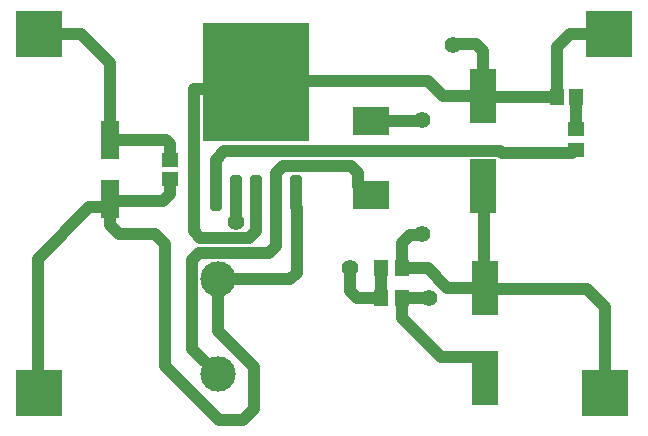
<source format=gtl>
G04*
G04 #@! TF.GenerationSoftware,Altium Limited,Altium Designer,21.3.2 (30)*
G04*
G04 Layer_Physical_Order=1*
G04 Layer_Color=255*
%FSLAX25Y25*%
%MOIN*%
G70*
G04*
G04 #@! TF.SameCoordinates,C5881F53-B4D9-470E-9162-C71BBDC8BDA1*
G04*
G04*
G04 #@! TF.FilePolarity,Positive*
G04*
G01*
G75*
%ADD12R,0.04528X0.05315*%
%ADD13R,0.05315X0.04528*%
%ADD14R,0.05118X0.05512*%
%ADD15R,0.12402X0.09646*%
%ADD16R,0.35433X0.39370*%
G04:AMPARAMS|DCode=17|XSize=40mil|YSize=120.08mil|CornerRadius=10mil|HoleSize=0mil|Usage=FLASHONLY|Rotation=0.000|XOffset=0mil|YOffset=0mil|HoleType=Round|Shape=RoundedRectangle|*
%AMROUNDEDRECTD17*
21,1,0.04000,0.10008,0,0,0.0*
21,1,0.02000,0.12008,0,0,0.0*
1,1,0.02000,0.01000,-0.05004*
1,1,0.02000,-0.01000,-0.05004*
1,1,0.02000,-0.01000,0.05004*
1,1,0.02000,0.01000,0.05004*
%
%ADD17ROUNDEDRECTD17*%
%ADD18R,0.09055X0.17913*%
%ADD19R,0.05512X0.05118*%
%ADD20R,0.06299X0.12598*%
%ADD33C,0.03937*%
%ADD34C,0.11811*%
%ADD35R,0.15748X0.15748*%
%ADD36C,0.05512*%
D12*
X306945Y298000D02*
D03*
X300055D02*
D03*
Y308000D02*
D03*
X306945D02*
D03*
D13*
X365000Y354390D02*
D03*
Y347500D02*
D03*
D14*
X358701Y365000D02*
D03*
X365000D02*
D03*
D15*
X296500Y356909D02*
D03*
Y332500D02*
D03*
D16*
X258185Y369910D02*
D03*
D17*
X244898Y333000D02*
D03*
X251598D02*
D03*
X265000D02*
D03*
X271701D02*
D03*
X258299D02*
D03*
D18*
X334500Y271539D02*
D03*
Y301461D02*
D03*
X334000Y365461D02*
D03*
Y335539D02*
D03*
D19*
X229500Y344150D02*
D03*
Y337850D02*
D03*
D20*
X209500Y350842D02*
D03*
Y331157D02*
D03*
D33*
X289500Y300500D02*
Y308000D01*
X292000Y298000D02*
X300055D01*
X289500Y300500D02*
X292000Y298000D01*
X229500Y344150D02*
Y349500D01*
X251567Y323567D02*
Y332968D01*
X251598Y333000D01*
X251500Y323500D02*
X251567Y323567D01*
X237028Y281224D02*
Y310694D01*
X264968Y315306D02*
Y332968D01*
X262662Y313000D02*
X264968Y315306D01*
X239334Y313000D02*
X262662D01*
X237028Y310694D02*
X239334Y313000D01*
X258299Y320306D02*
Y333000D01*
X239806Y318000D02*
X255993D01*
X237500Y320306D02*
X239806Y318000D01*
X255993D02*
X258299Y320306D01*
X237500D02*
Y367603D01*
X334000Y365461D02*
Y380323D01*
X324129Y382629D02*
X331694D01*
X334000Y380323D01*
X324000Y382500D02*
X324129Y382629D01*
X306945Y298000D02*
X316000D01*
X255879Y367603D02*
X258185Y369910D01*
X237500Y367603D02*
X255879D01*
X269694Y304248D02*
X272000Y306554D01*
Y328066D01*
X245500Y304248D02*
X269694D01*
X271732Y328334D02*
Y332968D01*
X271701Y333000D02*
X271732Y332968D01*
Y328334D02*
X272000Y328066D01*
X264968Y332968D02*
X265032Y333032D01*
X245500Y287000D02*
Y304248D01*
X265032Y339694D02*
X267338Y342000D01*
X289962D01*
X292268Y339694D01*
X295122Y332500D02*
X296500D01*
X265032Y333032D02*
Y339694D01*
X292268Y335354D02*
Y339694D01*
Y335354D02*
X295122Y332500D01*
X339591Y347063D02*
X340154Y346500D01*
X244898Y333000D02*
Y344194D01*
X247767Y347063D01*
X340154Y346500D02*
X363606D01*
X247767Y347063D02*
X339591D01*
X363606Y346500D02*
X364606Y347500D01*
X365000D01*
X300055Y298000D02*
Y308000D01*
X209500Y329842D02*
X210157Y330500D01*
X209500Y322500D02*
Y329842D01*
Y322500D02*
X212500Y319500D01*
X224500D01*
X228000Y275500D02*
Y316000D01*
X224500Y319500D02*
X228000Y316000D01*
X246000Y257500D02*
X254000D01*
X228000Y275500D02*
X246000Y257500D01*
X254000D02*
X257500Y261000D01*
X202751Y328251D02*
X208319D01*
X185500Y311000D02*
X202751Y328251D01*
X185500Y267000D02*
X186000Y266500D01*
X185500Y267000D02*
Y311000D01*
X210157Y330500D02*
X227194D01*
X229500Y332806D01*
Y337850D01*
X257500Y261000D02*
Y275000D01*
X237028Y281224D02*
X245500Y272752D01*
Y287000D02*
X257500Y275000D01*
X309699Y319199D02*
X313199D01*
X313500Y319500D01*
X306945Y316445D02*
X309699Y319199D01*
X306945Y308000D02*
Y316445D01*
X296500Y356909D02*
X312483D01*
X313074Y357500D01*
X313500D01*
X258776Y370500D02*
X315500D01*
X258185Y369910D02*
X258776Y370500D01*
X315500D02*
X320539Y365461D01*
X334000D01*
X334461Y365000D01*
X358701D01*
X363000Y386000D02*
X376000D01*
X358701Y365000D02*
Y381701D01*
X363000Y386000D01*
X365000Y354390D02*
Y365000D01*
X228157Y350842D02*
X229500Y349500D01*
X209500Y350842D02*
Y376500D01*
Y350842D02*
X228157D01*
X334250Y301711D02*
Y335289D01*
Y301711D02*
X334500Y301461D01*
X334000Y335539D02*
X334250Y335289D01*
X306945Y308000D02*
X315500D01*
X322039Y301461D01*
X334500D01*
X306945Y291555D02*
X319972Y278528D01*
X306945Y291555D02*
Y298000D01*
X334500Y271539D02*
Y275969D01*
X331941Y278528D02*
X334500Y275969D01*
X319972Y278528D02*
X331941D01*
X334500Y301461D02*
X334961Y301000D01*
X368500D01*
X374500Y266500D02*
Y295000D01*
X368500Y301000D02*
X374500Y295000D01*
X186000Y386000D02*
X200000D01*
X209500Y376500D01*
D34*
X245500Y304248D02*
D03*
Y272752D02*
D03*
D35*
X186000Y266500D02*
D03*
X374500D02*
D03*
X376000Y386000D02*
D03*
X186000D02*
D03*
D36*
X289500Y308000D02*
D03*
X251500Y323500D02*
D03*
X324000Y382500D02*
D03*
X316000Y298000D02*
D03*
X313500Y319500D02*
D03*
Y357500D02*
D03*
M02*

</source>
